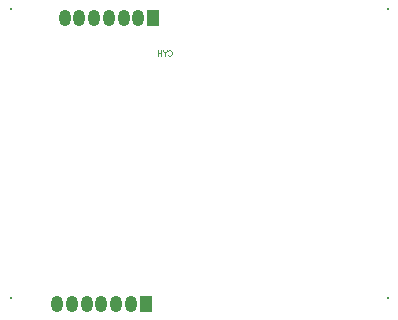
<source format=gbs>
G04*
G04 #@! TF.GenerationSoftware,Altium Limited,Altium Designer,19.1.2 (11)*
G04*
G04 Layer_Color=16711935*
%FSLAX25Y25*%
%MOIN*%
G70*
G01*
G75*
%ADD80C,0.00800*%
%ADD81R,0.03950X0.05524*%
%ADD82O,0.03950X0.05524*%
G36*
X81952Y90576D02*
X81967Y90572D01*
X81970D01*
X81989Y90568D01*
X82003Y90565D01*
X82011Y90561D01*
X82015D01*
X82029Y90553D01*
X82037Y90550D01*
Y90546D01*
X82041Y90535D01*
Y90531D01*
Y90528D01*
Y88537D01*
X82037Y88522D01*
Y88519D01*
Y88515D01*
X82022Y88507D01*
X82018Y88504D01*
X82015D01*
X81985Y88500D01*
X81974Y88496D01*
X81970D01*
X81948Y88493D01*
X81926Y88489D01*
X81878D01*
X81859Y88493D01*
X81844Y88496D01*
X81841D01*
X81822Y88500D01*
X81811D01*
X81804Y88504D01*
X81800D01*
X81789Y88507D01*
X81782Y88511D01*
X81774Y88515D01*
X81767Y88530D01*
Y88537D01*
Y89458D01*
X80823D01*
Y88537D01*
X80819Y88522D01*
Y88519D01*
Y88515D01*
X80805Y88507D01*
X80801Y88504D01*
X80797D01*
X80771Y88500D01*
X80760Y88496D01*
X80757D01*
X80734Y88493D01*
X80712Y88489D01*
X80660D01*
X80642Y88493D01*
X80627Y88496D01*
X80623D01*
X80605Y88500D01*
X80594D01*
X80586Y88504D01*
X80583D01*
X80572Y88507D01*
X80564Y88511D01*
X80557Y88515D01*
X80549Y88530D01*
Y88537D01*
Y90528D01*
X80553Y90542D01*
X80557Y90546D01*
X80564Y90553D01*
X80572Y90557D01*
X80579Y90561D01*
X80583D01*
X80594Y90565D01*
X80609Y90568D01*
X80620Y90572D01*
X80623D01*
X80646Y90576D01*
X80664Y90579D01*
X80716D01*
X80738Y90576D01*
X80753Y90572D01*
X80757D01*
X80771Y90568D01*
X80786Y90565D01*
X80794Y90561D01*
X80797D01*
X80812Y90553D01*
X80819Y90550D01*
Y90546D01*
X80823Y90535D01*
Y90531D01*
Y90528D01*
Y89699D01*
X81767D01*
Y90528D01*
X81770Y90542D01*
X81774Y90546D01*
X81782Y90553D01*
X81789Y90557D01*
X81796Y90561D01*
X81800D01*
X81811Y90565D01*
X81826Y90568D01*
X81837Y90572D01*
X81841D01*
X81863Y90576D01*
X81881Y90579D01*
X81929D01*
X81952Y90576D01*
D02*
G37*
G36*
X83802D02*
X83809D01*
X83828Y90572D01*
X83842Y90568D01*
X83850Y90565D01*
X83854Y90561D01*
X83861Y90550D01*
Y90539D01*
Y90531D01*
Y90528D01*
X83854Y90509D01*
X83846Y90491D01*
X83842Y90479D01*
X83839Y90472D01*
X83250Y89303D01*
Y88537D01*
X83247Y88522D01*
Y88519D01*
Y88515D01*
X83232Y88507D01*
X83228Y88504D01*
X83224D01*
X83195Y88500D01*
X83184Y88496D01*
X83180D01*
X83158Y88493D01*
X83136Y88489D01*
X83088D01*
X83069Y88493D01*
X83054Y88496D01*
X83051D01*
X83032Y88500D01*
X83017D01*
X83010Y88504D01*
X83006D01*
X82988Y88511D01*
X82984Y88515D01*
X82977Y88530D01*
Y88537D01*
Y89303D01*
X82392Y90472D01*
X82381Y90494D01*
X82377Y90509D01*
X82373Y90520D01*
Y90524D01*
X82370Y90539D01*
X82373Y90550D01*
X82377Y90553D01*
X82381Y90557D01*
X82392Y90565D01*
X82407Y90568D01*
X82422Y90572D01*
X82425D01*
X82455Y90576D01*
X82485Y90579D01*
X82570D01*
X82584Y90576D01*
X82588D01*
X82607Y90572D01*
X82618Y90568D01*
X82625Y90565D01*
X82629D01*
X82644Y90557D01*
X82651Y90553D01*
Y90550D01*
X82662Y90531D01*
X82666Y90524D01*
Y90520D01*
X82954Y89925D01*
X82980Y89858D01*
X82995Y89828D01*
X83006Y89802D01*
X83017Y89776D01*
X83025Y89758D01*
X83028Y89747D01*
X83032Y89743D01*
X83058Y89677D01*
X83073Y89647D01*
X83084Y89621D01*
X83091Y89595D01*
X83099Y89577D01*
X83106Y89566D01*
Y89562D01*
X83110D01*
X83139Y89632D01*
X83154Y89666D01*
X83165Y89691D01*
X83176Y89717D01*
X83184Y89736D01*
X83188Y89747D01*
X83191Y89751D01*
X83221Y89817D01*
X83232Y89847D01*
X83247Y89873D01*
X83254Y89895D01*
X83262Y89913D01*
X83269Y89925D01*
Y89928D01*
X83557Y90524D01*
X83569Y90542D01*
X83572Y90550D01*
X83576D01*
X83583Y90557D01*
X83591Y90561D01*
X83598Y90565D01*
X83602D01*
X83617Y90568D01*
X83628Y90572D01*
X83643Y90576D01*
X83646D01*
X83672Y90579D01*
X83787D01*
X83802Y90576D01*
D02*
G37*
G36*
X84664Y90591D02*
X84734Y90583D01*
X84797Y90572D01*
X84852Y90557D01*
X84901Y90542D01*
X84934Y90531D01*
X84956Y90524D01*
X84960Y90520D01*
X84964D01*
X85023Y90491D01*
X85078Y90457D01*
X85126Y90420D01*
X85171Y90387D01*
X85204Y90354D01*
X85230Y90328D01*
X85245Y90313D01*
X85252Y90306D01*
X85293Y90250D01*
X85330Y90191D01*
X85363Y90135D01*
X85389Y90080D01*
X85411Y90032D01*
X85426Y89995D01*
X85430Y89980D01*
X85433Y89969D01*
X85437Y89965D01*
Y89961D01*
X85459Y89884D01*
X85474Y89806D01*
X85485Y89728D01*
X85493Y89658D01*
X85496Y89599D01*
Y89573D01*
X85500Y89551D01*
Y89532D01*
Y89517D01*
Y89510D01*
Y89506D01*
X85496Y89414D01*
X85489Y89332D01*
X85482Y89255D01*
X85470Y89192D01*
X85459Y89136D01*
X85456Y89114D01*
X85448Y89096D01*
X85444Y89081D01*
Y89070D01*
X85441Y89066D01*
Y89062D01*
X85415Y88992D01*
X85385Y88929D01*
X85356Y88874D01*
X85330Y88829D01*
X85304Y88789D01*
X85282Y88759D01*
X85267Y88744D01*
X85263Y88737D01*
X85219Y88692D01*
X85171Y88652D01*
X85126Y88618D01*
X85082Y88589D01*
X85045Y88570D01*
X85015Y88552D01*
X84997Y88544D01*
X84989Y88541D01*
X84926Y88519D01*
X84864Y88504D01*
X84801Y88489D01*
X84745Y88481D01*
X84697Y88478D01*
X84656Y88474D01*
X84623D01*
X84542Y88478D01*
X84505Y88481D01*
X84471Y88485D01*
X84446Y88489D01*
X84427Y88493D01*
X84412Y88496D01*
X84408D01*
X84338Y88511D01*
X84309Y88519D01*
X84283Y88526D01*
X84264Y88533D01*
X84249Y88541D01*
X84238Y88544D01*
X84235D01*
X84183Y88570D01*
X84142Y88589D01*
X84127Y88600D01*
X84116Y88604D01*
X84113Y88611D01*
X84109D01*
X84075Y88633D01*
X84057Y88648D01*
X84046Y88655D01*
X84042Y88659D01*
X84031Y88670D01*
X84024Y88681D01*
X84020Y88685D01*
Y88689D01*
X84013Y88704D01*
X84009Y88711D01*
X84001Y88733D01*
Y88740D01*
Y88744D01*
X83998Y88763D01*
Y88778D01*
Y88789D01*
Y88792D01*
Y88818D01*
Y88837D01*
X84001Y88848D01*
Y88851D01*
X84005Y88870D01*
Y88881D01*
X84009Y88885D01*
Y88889D01*
X84013Y88900D01*
X84016Y88903D01*
X84020Y88907D01*
X84024D01*
X84035Y88914D01*
X84042D01*
X84061Y88911D01*
X84083Y88900D01*
X84101Y88885D01*
X84105Y88881D01*
X84109D01*
X84142Y88859D01*
X84179Y88837D01*
X84194Y88829D01*
X84205Y88822D01*
X84212Y88815D01*
X84216D01*
X84268Y88789D01*
X84316Y88766D01*
X84338Y88759D01*
X84357Y88752D01*
X84368Y88748D01*
X84372D01*
X84446Y88729D01*
X84479Y88726D01*
X84512Y88722D01*
X84542Y88718D01*
X84586D01*
X84642Y88722D01*
X84690Y88726D01*
X84734Y88733D01*
X84771Y88744D01*
X84804Y88755D01*
X84827Y88763D01*
X84845Y88766D01*
X84849Y88770D01*
X84890Y88792D01*
X84926Y88815D01*
X84960Y88840D01*
X84989Y88866D01*
X85012Y88889D01*
X85030Y88907D01*
X85041Y88918D01*
X85045Y88922D01*
X85071Y88963D01*
X85097Y89003D01*
X85119Y89044D01*
X85134Y89085D01*
X85149Y89122D01*
X85160Y89148D01*
X85163Y89166D01*
X85167Y89173D01*
X85182Y89233D01*
X85189Y89292D01*
X85197Y89351D01*
X85204Y89403D01*
Y89451D01*
X85208Y89488D01*
Y89503D01*
Y89514D01*
Y89517D01*
Y89521D01*
X85204Y89595D01*
X85200Y89662D01*
X85193Y89721D01*
X85185Y89773D01*
X85178Y89814D01*
X85174Y89847D01*
X85167Y89865D01*
Y89873D01*
X85149Y89928D01*
X85130Y89980D01*
X85108Y90024D01*
X85086Y90061D01*
X85071Y90095D01*
X85056Y90117D01*
X85045Y90132D01*
X85041Y90135D01*
X85008Y90172D01*
X84978Y90206D01*
X84945Y90235D01*
X84915Y90258D01*
X84890Y90276D01*
X84867Y90287D01*
X84852Y90294D01*
X84849Y90298D01*
X84804Y90317D01*
X84760Y90332D01*
X84719Y90339D01*
X84679Y90346D01*
X84645Y90350D01*
X84619Y90354D01*
X84549D01*
X84508Y90350D01*
X84471Y90343D01*
X84438Y90339D01*
X84412Y90332D01*
X84394Y90324D01*
X84383Y90320D01*
X84379D01*
X84316Y90298D01*
X84290Y90287D01*
X84268Y90276D01*
X84249Y90265D01*
X84235Y90258D01*
X84227Y90254D01*
X84224Y90250D01*
X84179Y90224D01*
X84149Y90202D01*
X84127Y90187D01*
X84120Y90184D01*
X84094Y90165D01*
X84072Y90158D01*
X84061Y90154D01*
X84057D01*
X84039Y90158D01*
X84035D01*
X84024Y90172D01*
X84020Y90176D01*
Y90180D01*
X84013Y90206D01*
X84009Y90217D01*
Y90220D01*
X84005Y90239D01*
Y90254D01*
Y90269D01*
Y90272D01*
Y90291D01*
Y90309D01*
X84009Y90317D01*
Y90320D01*
X84013Y90335D01*
Y90346D01*
X84016Y90354D01*
Y90357D01*
X84024Y90376D01*
X84027Y90383D01*
X84031Y90394D01*
X84042Y90405D01*
X84050Y90413D01*
X84053Y90417D01*
X84075Y90435D01*
X84101Y90454D01*
X84124Y90468D01*
X84127Y90472D01*
X84131D01*
X84175Y90494D01*
X84216Y90513D01*
X84235Y90520D01*
X84249Y90528D01*
X84257Y90531D01*
X84260D01*
X84316Y90550D01*
X84364Y90565D01*
X84386Y90568D01*
X84401Y90572D01*
X84412Y90576D01*
X84416D01*
X84479Y90587D01*
X84508Y90591D01*
X84534D01*
X84557Y90594D01*
X84590D01*
X84664Y90591D01*
D02*
G37*
D80*
X157220Y104500D02*
D03*
Y8000D02*
D03*
X31500D02*
D03*
Y104500D02*
D03*
D81*
X76484Y6000D02*
D03*
X78984Y101500D02*
D03*
D82*
X71563Y6000D02*
D03*
X66642D02*
D03*
X61721D02*
D03*
X56799D02*
D03*
X51878D02*
D03*
X46957D02*
D03*
X74063Y101500D02*
D03*
X69142D02*
D03*
X64220D02*
D03*
X59299D02*
D03*
X54378D02*
D03*
X49457D02*
D03*
M02*

</source>
